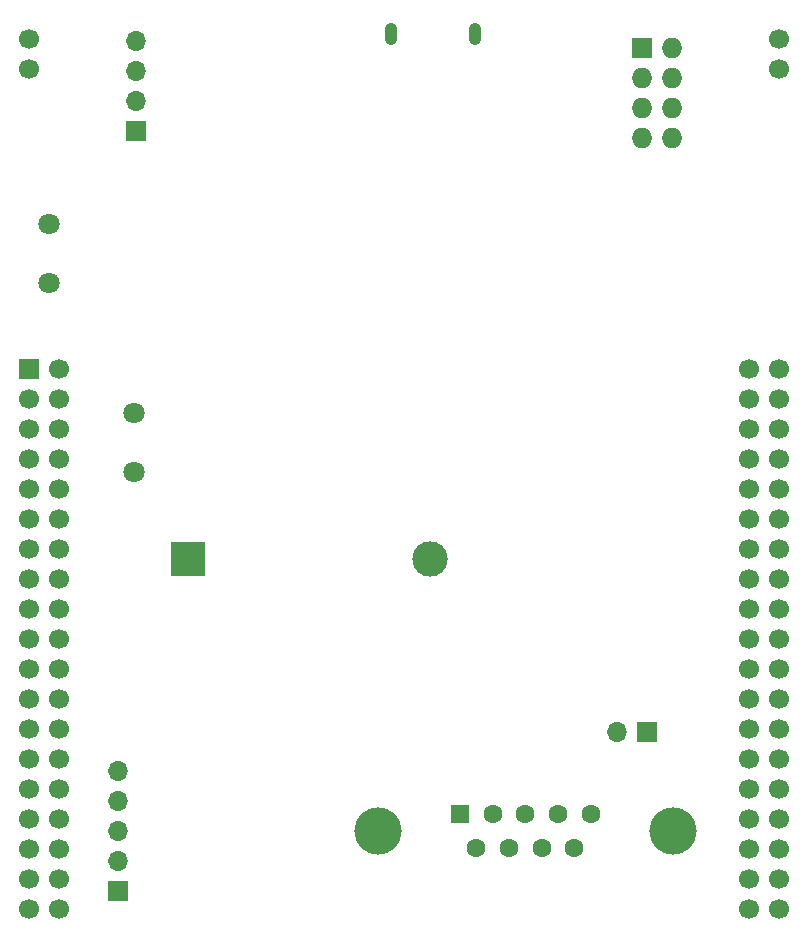
<source format=gbr>
%TF.GenerationSoftware,KiCad,Pcbnew,5.1.9*%
%TF.CreationDate,2021-01-24T08:51:39-05:00*%
%TF.ProjectId,CANalog_nucleo,43414e61-6c6f-4675-9f6e-75636c656f2e,rev?*%
%TF.SameCoordinates,PX700e860PY1298be0*%
%TF.FileFunction,Soldermask,Bot*%
%TF.FilePolarity,Negative*%
%FSLAX46Y46*%
G04 Gerber Fmt 4.6, Leading zero omitted, Abs format (unit mm)*
G04 Created by KiCad (PCBNEW 5.1.9) date 2021-01-24 08:51:39*
%MOMM*%
%LPD*%
G01*
G04 APERTURE LIST*
%ADD10O,1.727200X1.727200*%
%ADD11R,1.727200X1.727200*%
%ADD12O,1.050000X1.900000*%
%ADD13C,1.700000*%
%ADD14R,1.700000X1.700000*%
%ADD15O,1.700000X1.700000*%
%ADD16C,4.000000*%
%ADD17C,1.600000*%
%ADD18R,1.600000X1.600000*%
%ADD19C,1.800000*%
%ADD20R,3.000000X3.000000*%
%ADD21C,3.000000*%
G04 APERTURE END LIST*
D10*
%TO.C,U2*%
X-12280000Y-11819167D03*
X-14820000Y-11819167D03*
X-12280000Y-9279167D03*
X-14820000Y-9279167D03*
X-12280000Y-6739167D03*
X-14820000Y-6739167D03*
X-12280000Y-4199167D03*
D11*
X-14820000Y-4199167D03*
%TD*%
D12*
%TO.C,J1*%
X-36075000Y-2950000D03*
X-28925000Y-2950000D03*
%TD*%
D13*
%TO.C,U1*%
X-3200000Y-5900000D03*
X-3200000Y-3360000D03*
X-66700000Y-5900000D03*
X-66700000Y-3360000D03*
X-3200000Y-77020000D03*
X-5740000Y-77020000D03*
X-3200000Y-74480000D03*
X-5740000Y-74480000D03*
X-3200000Y-71940000D03*
X-5740000Y-71940000D03*
X-3200000Y-69400000D03*
X-5740000Y-69400000D03*
X-3200000Y-66860000D03*
X-5740000Y-66860000D03*
X-3200000Y-64320000D03*
X-5740000Y-64320000D03*
X-3200000Y-61780000D03*
X-5740000Y-61780000D03*
X-3200000Y-59240000D03*
X-5740000Y-59240000D03*
X-3200000Y-56700000D03*
X-5740000Y-56700000D03*
X-3200000Y-54160000D03*
X-5740000Y-54160000D03*
X-3200000Y-51620000D03*
X-5740000Y-51620000D03*
X-3200000Y-49080000D03*
X-5740000Y-49080000D03*
X-3200000Y-46540000D03*
X-5740000Y-46540000D03*
X-3200000Y-44000000D03*
X-5740000Y-44000000D03*
X-3200000Y-41460000D03*
X-5740000Y-41460000D03*
X-3200000Y-38920000D03*
X-5740000Y-38920000D03*
X-3200000Y-36380000D03*
X-5740000Y-36380000D03*
X-3200000Y-33840000D03*
X-5740000Y-33840000D03*
X-3200000Y-31300000D03*
X-5740000Y-31300000D03*
X-64160000Y-77020000D03*
X-66700000Y-77020000D03*
X-64160000Y-74480000D03*
X-66700000Y-74480000D03*
X-64160000Y-71940000D03*
X-66700000Y-71940000D03*
X-64160000Y-69400000D03*
X-66700000Y-69400000D03*
X-64160000Y-66860000D03*
X-66700000Y-66860000D03*
X-64160000Y-64320000D03*
X-66700000Y-64320000D03*
X-64160000Y-61780000D03*
X-66700000Y-61780000D03*
X-64160000Y-59240000D03*
X-66700000Y-59240000D03*
X-64160000Y-56700000D03*
X-66700000Y-56700000D03*
X-64160000Y-54160000D03*
X-66700000Y-54160000D03*
X-64160000Y-51620000D03*
X-66700000Y-51620000D03*
X-64160000Y-49080000D03*
X-66700000Y-49080000D03*
X-64160000Y-46540000D03*
X-66700000Y-46540000D03*
X-64160000Y-44000000D03*
X-66700000Y-44000000D03*
X-64160000Y-41460000D03*
X-66700000Y-41460000D03*
X-64160000Y-38920000D03*
X-66700000Y-38920000D03*
X-64160000Y-36380000D03*
X-66700000Y-36380000D03*
X-64160000Y-33840000D03*
X-66700000Y-33840000D03*
X-64160000Y-31300000D03*
D14*
X-66700000Y-31300000D03*
%TD*%
D15*
%TO.C,JP1*%
X-16940000Y-62100000D03*
D14*
X-14400000Y-62100000D03*
%TD*%
D16*
%TO.C,J6*%
X-12210000Y-70470000D03*
X-37210000Y-70470000D03*
D17*
X-20555000Y-71890000D03*
X-23325000Y-71890000D03*
X-26095000Y-71890000D03*
X-28865000Y-71890000D03*
X-19170000Y-69050000D03*
X-21940000Y-69050000D03*
X-24710000Y-69050000D03*
X-27480000Y-69050000D03*
D18*
X-30250000Y-69050000D03*
%TD*%
D19*
%TO.C,J5*%
X-65000000Y-24050000D03*
X-65000000Y-19050000D03*
%TD*%
D15*
%TO.C,J4*%
X-57650000Y-3530000D03*
X-57650000Y-6070000D03*
X-57650000Y-8610000D03*
D14*
X-57650000Y-11150000D03*
%TD*%
D19*
%TO.C,J3*%
X-57850000Y-40050000D03*
X-57850000Y-35050000D03*
%TD*%
D15*
%TO.C,J2*%
X-59200000Y-65340000D03*
X-59200000Y-67880000D03*
X-59200000Y-70420000D03*
X-59200000Y-72960000D03*
D14*
X-59200000Y-75500000D03*
%TD*%
D20*
%TO.C,BT1*%
X-53240000Y-47400000D03*
D21*
X-32750000Y-47400000D03*
%TD*%
M02*

</source>
